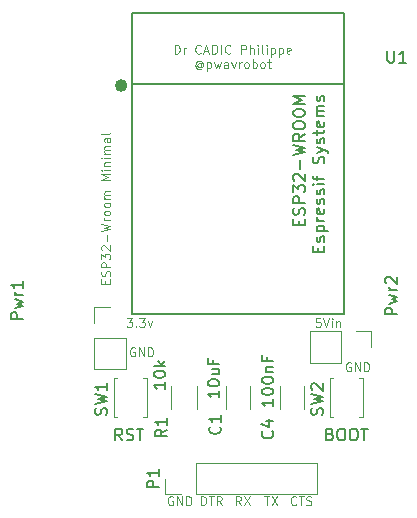
<source format=gbr>
G04 #@! TF.FileFunction,Legend,Top*
%FSLAX46Y46*%
G04 Gerber Fmt 4.6, Leading zero omitted, Abs format (unit mm)*
G04 Created by KiCad (PCBNEW 4.0.4-stable) date 04/21/19 10:39:14*
%MOMM*%
%LPD*%
G01*
G04 APERTURE LIST*
%ADD10C,0.100000*%
%ADD11C,0.120000*%
%ADD12C,0.500000*%
%ADD13C,0.150000*%
G04 APERTURE END LIST*
D10*
X107413243Y-63087086D02*
X107413243Y-62337086D01*
X107591815Y-62337086D01*
X107698958Y-62372800D01*
X107770386Y-62444229D01*
X107806101Y-62515657D01*
X107841815Y-62658514D01*
X107841815Y-62765657D01*
X107806101Y-62908514D01*
X107770386Y-62979943D01*
X107698958Y-63051371D01*
X107591815Y-63087086D01*
X107413243Y-63087086D01*
X108163243Y-63087086D02*
X108163243Y-62587086D01*
X108163243Y-62729943D02*
X108198958Y-62658514D01*
X108234672Y-62622800D01*
X108306101Y-62587086D01*
X108377529Y-62587086D01*
X109627530Y-63015657D02*
X109591816Y-63051371D01*
X109484673Y-63087086D01*
X109413244Y-63087086D01*
X109306101Y-63051371D01*
X109234673Y-62979943D01*
X109198958Y-62908514D01*
X109163244Y-62765657D01*
X109163244Y-62658514D01*
X109198958Y-62515657D01*
X109234673Y-62444229D01*
X109306101Y-62372800D01*
X109413244Y-62337086D01*
X109484673Y-62337086D01*
X109591816Y-62372800D01*
X109627530Y-62408514D01*
X109913244Y-62872800D02*
X110270387Y-62872800D01*
X109841816Y-63087086D02*
X110091816Y-62337086D01*
X110341816Y-63087086D01*
X110591815Y-63087086D02*
X110591815Y-62337086D01*
X110770387Y-62337086D01*
X110877530Y-62372800D01*
X110948958Y-62444229D01*
X110984673Y-62515657D01*
X111020387Y-62658514D01*
X111020387Y-62765657D01*
X110984673Y-62908514D01*
X110948958Y-62979943D01*
X110877530Y-63051371D01*
X110770387Y-63087086D01*
X110591815Y-63087086D01*
X111341815Y-63087086D02*
X111341815Y-62337086D01*
X112127530Y-63015657D02*
X112091816Y-63051371D01*
X111984673Y-63087086D01*
X111913244Y-63087086D01*
X111806101Y-63051371D01*
X111734673Y-62979943D01*
X111698958Y-62908514D01*
X111663244Y-62765657D01*
X111663244Y-62658514D01*
X111698958Y-62515657D01*
X111734673Y-62444229D01*
X111806101Y-62372800D01*
X111913244Y-62337086D01*
X111984673Y-62337086D01*
X112091816Y-62372800D01*
X112127530Y-62408514D01*
X113020387Y-63087086D02*
X113020387Y-62337086D01*
X113306102Y-62337086D01*
X113377530Y-62372800D01*
X113413245Y-62408514D01*
X113448959Y-62479943D01*
X113448959Y-62587086D01*
X113413245Y-62658514D01*
X113377530Y-62694229D01*
X113306102Y-62729943D01*
X113020387Y-62729943D01*
X113770387Y-63087086D02*
X113770387Y-62337086D01*
X114091816Y-63087086D02*
X114091816Y-62694229D01*
X114056102Y-62622800D01*
X113984673Y-62587086D01*
X113877530Y-62587086D01*
X113806102Y-62622800D01*
X113770387Y-62658514D01*
X114448958Y-63087086D02*
X114448958Y-62587086D01*
X114448958Y-62337086D02*
X114413244Y-62372800D01*
X114448958Y-62408514D01*
X114484673Y-62372800D01*
X114448958Y-62337086D01*
X114448958Y-62408514D01*
X114913244Y-63087086D02*
X114841816Y-63051371D01*
X114806101Y-62979943D01*
X114806101Y-62337086D01*
X115198958Y-63087086D02*
X115198958Y-62587086D01*
X115198958Y-62337086D02*
X115163244Y-62372800D01*
X115198958Y-62408514D01*
X115234673Y-62372800D01*
X115198958Y-62337086D01*
X115198958Y-62408514D01*
X115556101Y-62587086D02*
X115556101Y-63337086D01*
X115556101Y-62622800D02*
X115627530Y-62587086D01*
X115770387Y-62587086D01*
X115841816Y-62622800D01*
X115877530Y-62658514D01*
X115913244Y-62729943D01*
X115913244Y-62944229D01*
X115877530Y-63015657D01*
X115841816Y-63051371D01*
X115770387Y-63087086D01*
X115627530Y-63087086D01*
X115556101Y-63051371D01*
X116234672Y-62587086D02*
X116234672Y-63337086D01*
X116234672Y-62622800D02*
X116306101Y-62587086D01*
X116448958Y-62587086D01*
X116520387Y-62622800D01*
X116556101Y-62658514D01*
X116591815Y-62729943D01*
X116591815Y-62944229D01*
X116556101Y-63015657D01*
X116520387Y-63051371D01*
X116448958Y-63087086D01*
X116306101Y-63087086D01*
X116234672Y-63051371D01*
X117198958Y-63051371D02*
X117127529Y-63087086D01*
X116984672Y-63087086D01*
X116913243Y-63051371D01*
X116877529Y-62979943D01*
X116877529Y-62694229D01*
X116913243Y-62622800D01*
X116984672Y-62587086D01*
X117127529Y-62587086D01*
X117198958Y-62622800D01*
X117234672Y-62694229D01*
X117234672Y-62765657D01*
X116877529Y-62837086D01*
X109645387Y-63954943D02*
X109609673Y-63919229D01*
X109538244Y-63883514D01*
X109466816Y-63883514D01*
X109395387Y-63919229D01*
X109359673Y-63954943D01*
X109323959Y-64026371D01*
X109323959Y-64097800D01*
X109359673Y-64169229D01*
X109395387Y-64204943D01*
X109466816Y-64240657D01*
X109538244Y-64240657D01*
X109609673Y-64204943D01*
X109645387Y-64169229D01*
X109645387Y-63883514D02*
X109645387Y-64169229D01*
X109681101Y-64204943D01*
X109716816Y-64204943D01*
X109788244Y-64169229D01*
X109823959Y-64097800D01*
X109823959Y-63919229D01*
X109752530Y-63812086D01*
X109645387Y-63740657D01*
X109502530Y-63704943D01*
X109359673Y-63740657D01*
X109252530Y-63812086D01*
X109181101Y-63919229D01*
X109145387Y-64062086D01*
X109181101Y-64204943D01*
X109252530Y-64312086D01*
X109359673Y-64383514D01*
X109502530Y-64419229D01*
X109645387Y-64383514D01*
X109752530Y-64312086D01*
X110145387Y-63812086D02*
X110145387Y-64562086D01*
X110145387Y-63847800D02*
X110216816Y-63812086D01*
X110359673Y-63812086D01*
X110431102Y-63847800D01*
X110466816Y-63883514D01*
X110502530Y-63954943D01*
X110502530Y-64169229D01*
X110466816Y-64240657D01*
X110431102Y-64276371D01*
X110359673Y-64312086D01*
X110216816Y-64312086D01*
X110145387Y-64276371D01*
X110752530Y-63812086D02*
X110895387Y-64312086D01*
X111038244Y-63954943D01*
X111181101Y-64312086D01*
X111323958Y-63812086D01*
X111931101Y-64312086D02*
X111931101Y-63919229D01*
X111895387Y-63847800D01*
X111823958Y-63812086D01*
X111681101Y-63812086D01*
X111609672Y-63847800D01*
X111931101Y-64276371D02*
X111859672Y-64312086D01*
X111681101Y-64312086D01*
X111609672Y-64276371D01*
X111573958Y-64204943D01*
X111573958Y-64133514D01*
X111609672Y-64062086D01*
X111681101Y-64026371D01*
X111859672Y-64026371D01*
X111931101Y-63990657D01*
X112216815Y-63812086D02*
X112395386Y-64312086D01*
X112573958Y-63812086D01*
X112859672Y-64312086D02*
X112859672Y-63812086D01*
X112859672Y-63954943D02*
X112895387Y-63883514D01*
X112931101Y-63847800D01*
X113002530Y-63812086D01*
X113073958Y-63812086D01*
X113431101Y-64312086D02*
X113359673Y-64276371D01*
X113323958Y-64240657D01*
X113288244Y-64169229D01*
X113288244Y-63954943D01*
X113323958Y-63883514D01*
X113359673Y-63847800D01*
X113431101Y-63812086D01*
X113538244Y-63812086D01*
X113609673Y-63847800D01*
X113645387Y-63883514D01*
X113681101Y-63954943D01*
X113681101Y-64169229D01*
X113645387Y-64240657D01*
X113609673Y-64276371D01*
X113538244Y-64312086D01*
X113431101Y-64312086D01*
X114002529Y-64312086D02*
X114002529Y-63562086D01*
X114002529Y-63847800D02*
X114073958Y-63812086D01*
X114216815Y-63812086D01*
X114288244Y-63847800D01*
X114323958Y-63883514D01*
X114359672Y-63954943D01*
X114359672Y-64169229D01*
X114323958Y-64240657D01*
X114288244Y-64276371D01*
X114216815Y-64312086D01*
X114073958Y-64312086D01*
X114002529Y-64276371D01*
X114788243Y-64312086D02*
X114716815Y-64276371D01*
X114681100Y-64240657D01*
X114645386Y-64169229D01*
X114645386Y-63954943D01*
X114681100Y-63883514D01*
X114716815Y-63847800D01*
X114788243Y-63812086D01*
X114895386Y-63812086D01*
X114966815Y-63847800D01*
X115002529Y-63883514D01*
X115038243Y-63954943D01*
X115038243Y-64169229D01*
X115002529Y-64240657D01*
X114966815Y-64276371D01*
X114895386Y-64312086D01*
X114788243Y-64312086D01*
X115252529Y-63812086D02*
X115538243Y-63812086D01*
X115359671Y-63562086D02*
X115359671Y-64204943D01*
X115395386Y-64276371D01*
X115466814Y-64312086D01*
X115538243Y-64312086D01*
X122313772Y-89248900D02*
X122242343Y-89213186D01*
X122135200Y-89213186D01*
X122028057Y-89248900D01*
X121956629Y-89320329D01*
X121920914Y-89391757D01*
X121885200Y-89534614D01*
X121885200Y-89641757D01*
X121920914Y-89784614D01*
X121956629Y-89856043D01*
X122028057Y-89927471D01*
X122135200Y-89963186D01*
X122206629Y-89963186D01*
X122313772Y-89927471D01*
X122349486Y-89891757D01*
X122349486Y-89641757D01*
X122206629Y-89641757D01*
X122670914Y-89963186D02*
X122670914Y-89213186D01*
X123099486Y-89963186D01*
X123099486Y-89213186D01*
X123456628Y-89963186D02*
X123456628Y-89213186D01*
X123635200Y-89213186D01*
X123742343Y-89248900D01*
X123813771Y-89320329D01*
X123849486Y-89391757D01*
X123885200Y-89534614D01*
X123885200Y-89641757D01*
X123849486Y-89784614D01*
X123813771Y-89856043D01*
X123742343Y-89927471D01*
X123635200Y-89963186D01*
X123456628Y-89963186D01*
X119735286Y-85479386D02*
X119378143Y-85479386D01*
X119342429Y-85836529D01*
X119378143Y-85800814D01*
X119449572Y-85765100D01*
X119628143Y-85765100D01*
X119699572Y-85800814D01*
X119735286Y-85836529D01*
X119771001Y-85907957D01*
X119771001Y-86086529D01*
X119735286Y-86157957D01*
X119699572Y-86193671D01*
X119628143Y-86229386D01*
X119449572Y-86229386D01*
X119378143Y-86193671D01*
X119342429Y-86157957D01*
X119985287Y-85479386D02*
X120235287Y-86229386D01*
X120485287Y-85479386D01*
X120735286Y-86229386D02*
X120735286Y-85729386D01*
X120735286Y-85479386D02*
X120699572Y-85515100D01*
X120735286Y-85550814D01*
X120771001Y-85515100D01*
X120735286Y-85479386D01*
X120735286Y-85550814D01*
X121092429Y-85729386D02*
X121092429Y-86229386D01*
X121092429Y-85800814D02*
X121128144Y-85765100D01*
X121199572Y-85729386D01*
X121306715Y-85729386D01*
X121378144Y-85765100D01*
X121413858Y-85836529D01*
X121413858Y-86229386D01*
X103347971Y-85479386D02*
X103812257Y-85479386D01*
X103562257Y-85765100D01*
X103669399Y-85765100D01*
X103740828Y-85800814D01*
X103776542Y-85836529D01*
X103812257Y-85907957D01*
X103812257Y-86086529D01*
X103776542Y-86157957D01*
X103740828Y-86193671D01*
X103669399Y-86229386D01*
X103455114Y-86229386D01*
X103383685Y-86193671D01*
X103347971Y-86157957D01*
X104133685Y-86157957D02*
X104169400Y-86193671D01*
X104133685Y-86229386D01*
X104097971Y-86193671D01*
X104133685Y-86157957D01*
X104133685Y-86229386D01*
X104419400Y-85479386D02*
X104883686Y-85479386D01*
X104633686Y-85765100D01*
X104740828Y-85765100D01*
X104812257Y-85800814D01*
X104847971Y-85836529D01*
X104883686Y-85907957D01*
X104883686Y-86086529D01*
X104847971Y-86157957D01*
X104812257Y-86193671D01*
X104740828Y-86229386D01*
X104526543Y-86229386D01*
X104455114Y-86193671D01*
X104419400Y-86157957D01*
X105133686Y-85729386D02*
X105312257Y-86229386D01*
X105490829Y-85729386D01*
X104025772Y-87991600D02*
X103954343Y-87955886D01*
X103847200Y-87955886D01*
X103740057Y-87991600D01*
X103668629Y-88063029D01*
X103632914Y-88134457D01*
X103597200Y-88277314D01*
X103597200Y-88384457D01*
X103632914Y-88527314D01*
X103668629Y-88598743D01*
X103740057Y-88670171D01*
X103847200Y-88705886D01*
X103918629Y-88705886D01*
X104025772Y-88670171D01*
X104061486Y-88634457D01*
X104061486Y-88384457D01*
X103918629Y-88384457D01*
X104382914Y-88705886D02*
X104382914Y-87955886D01*
X104811486Y-88705886D01*
X104811486Y-87955886D01*
X105168628Y-88705886D02*
X105168628Y-87955886D01*
X105347200Y-87955886D01*
X105454343Y-87991600D01*
X105525771Y-88063029D01*
X105561486Y-88134457D01*
X105597200Y-88277314D01*
X105597200Y-88384457D01*
X105561486Y-88527314D01*
X105525771Y-88598743D01*
X105454343Y-88670171D01*
X105347200Y-88705886D01*
X105168628Y-88705886D01*
X101546429Y-82557143D02*
X101546429Y-82307143D01*
X101939286Y-82200000D02*
X101939286Y-82557143D01*
X101189286Y-82557143D01*
X101189286Y-82200000D01*
X101903571Y-81914286D02*
X101939286Y-81807143D01*
X101939286Y-81628572D01*
X101903571Y-81557143D01*
X101867857Y-81521429D01*
X101796429Y-81485714D01*
X101725000Y-81485714D01*
X101653571Y-81521429D01*
X101617857Y-81557143D01*
X101582143Y-81628572D01*
X101546429Y-81771429D01*
X101510714Y-81842857D01*
X101475000Y-81878572D01*
X101403571Y-81914286D01*
X101332143Y-81914286D01*
X101260714Y-81878572D01*
X101225000Y-81842857D01*
X101189286Y-81771429D01*
X101189286Y-81592857D01*
X101225000Y-81485714D01*
X101939286Y-81164286D02*
X101189286Y-81164286D01*
X101189286Y-80878571D01*
X101225000Y-80807143D01*
X101260714Y-80771428D01*
X101332143Y-80735714D01*
X101439286Y-80735714D01*
X101510714Y-80771428D01*
X101546429Y-80807143D01*
X101582143Y-80878571D01*
X101582143Y-81164286D01*
X101189286Y-80485714D02*
X101189286Y-80021428D01*
X101475000Y-80271428D01*
X101475000Y-80164286D01*
X101510714Y-80092857D01*
X101546429Y-80057143D01*
X101617857Y-80021428D01*
X101796429Y-80021428D01*
X101867857Y-80057143D01*
X101903571Y-80092857D01*
X101939286Y-80164286D01*
X101939286Y-80378571D01*
X101903571Y-80450000D01*
X101867857Y-80485714D01*
X101260714Y-79735714D02*
X101225000Y-79700000D01*
X101189286Y-79628571D01*
X101189286Y-79450000D01*
X101225000Y-79378571D01*
X101260714Y-79342857D01*
X101332143Y-79307142D01*
X101403571Y-79307142D01*
X101510714Y-79342857D01*
X101939286Y-79771428D01*
X101939286Y-79307142D01*
X101653571Y-78985714D02*
X101653571Y-78414285D01*
X101189286Y-78128571D02*
X101939286Y-77950000D01*
X101403571Y-77807143D01*
X101939286Y-77664285D01*
X101189286Y-77485714D01*
X101939286Y-77200000D02*
X101439286Y-77200000D01*
X101582143Y-77200000D02*
X101510714Y-77164285D01*
X101475000Y-77128571D01*
X101439286Y-77057142D01*
X101439286Y-76985714D01*
X101939286Y-76628571D02*
X101903571Y-76699999D01*
X101867857Y-76735714D01*
X101796429Y-76771428D01*
X101582143Y-76771428D01*
X101510714Y-76735714D01*
X101475000Y-76699999D01*
X101439286Y-76628571D01*
X101439286Y-76521428D01*
X101475000Y-76449999D01*
X101510714Y-76414285D01*
X101582143Y-76378571D01*
X101796429Y-76378571D01*
X101867857Y-76414285D01*
X101903571Y-76449999D01*
X101939286Y-76521428D01*
X101939286Y-76628571D01*
X101939286Y-75950000D02*
X101903571Y-76021428D01*
X101867857Y-76057143D01*
X101796429Y-76092857D01*
X101582143Y-76092857D01*
X101510714Y-76057143D01*
X101475000Y-76021428D01*
X101439286Y-75950000D01*
X101439286Y-75842857D01*
X101475000Y-75771428D01*
X101510714Y-75735714D01*
X101582143Y-75700000D01*
X101796429Y-75700000D01*
X101867857Y-75735714D01*
X101903571Y-75771428D01*
X101939286Y-75842857D01*
X101939286Y-75950000D01*
X101939286Y-75378572D02*
X101439286Y-75378572D01*
X101510714Y-75378572D02*
X101475000Y-75342857D01*
X101439286Y-75271429D01*
X101439286Y-75164286D01*
X101475000Y-75092857D01*
X101546429Y-75057143D01*
X101939286Y-75057143D01*
X101546429Y-75057143D02*
X101475000Y-75021429D01*
X101439286Y-74950000D01*
X101439286Y-74842857D01*
X101475000Y-74771429D01*
X101546429Y-74735714D01*
X101939286Y-74735714D01*
X101939286Y-73807143D02*
X101189286Y-73807143D01*
X101725000Y-73557143D01*
X101189286Y-73307143D01*
X101939286Y-73307143D01*
X101939286Y-72950000D02*
X101439286Y-72950000D01*
X101189286Y-72950000D02*
X101225000Y-72985714D01*
X101260714Y-72950000D01*
X101225000Y-72914285D01*
X101189286Y-72950000D01*
X101260714Y-72950000D01*
X101439286Y-72592857D02*
X101939286Y-72592857D01*
X101510714Y-72592857D02*
X101475000Y-72557142D01*
X101439286Y-72485714D01*
X101439286Y-72378571D01*
X101475000Y-72307142D01*
X101546429Y-72271428D01*
X101939286Y-72271428D01*
X101939286Y-71914286D02*
X101439286Y-71914286D01*
X101189286Y-71914286D02*
X101225000Y-71950000D01*
X101260714Y-71914286D01*
X101225000Y-71878571D01*
X101189286Y-71914286D01*
X101260714Y-71914286D01*
X101939286Y-71557143D02*
X101439286Y-71557143D01*
X101510714Y-71557143D02*
X101475000Y-71521428D01*
X101439286Y-71450000D01*
X101439286Y-71342857D01*
X101475000Y-71271428D01*
X101546429Y-71235714D01*
X101939286Y-71235714D01*
X101546429Y-71235714D02*
X101475000Y-71200000D01*
X101439286Y-71128571D01*
X101439286Y-71021428D01*
X101475000Y-70950000D01*
X101546429Y-70914285D01*
X101939286Y-70914285D01*
X101939286Y-70235714D02*
X101546429Y-70235714D01*
X101475000Y-70271428D01*
X101439286Y-70342857D01*
X101439286Y-70485714D01*
X101475000Y-70557143D01*
X101903571Y-70235714D02*
X101939286Y-70307143D01*
X101939286Y-70485714D01*
X101903571Y-70557143D01*
X101832143Y-70592857D01*
X101760714Y-70592857D01*
X101689286Y-70557143D01*
X101653571Y-70485714D01*
X101653571Y-70307143D01*
X101617857Y-70235714D01*
X101939286Y-69771429D02*
X101903571Y-69842857D01*
X101832143Y-69878572D01*
X101189286Y-69878572D01*
X117699286Y-101232857D02*
X117663572Y-101268571D01*
X117556429Y-101304286D01*
X117485000Y-101304286D01*
X117377857Y-101268571D01*
X117306429Y-101197143D01*
X117270714Y-101125714D01*
X117235000Y-100982857D01*
X117235000Y-100875714D01*
X117270714Y-100732857D01*
X117306429Y-100661429D01*
X117377857Y-100590000D01*
X117485000Y-100554286D01*
X117556429Y-100554286D01*
X117663572Y-100590000D01*
X117699286Y-100625714D01*
X117913572Y-100554286D02*
X118342143Y-100554286D01*
X118127857Y-101304286D02*
X118127857Y-100554286D01*
X118556429Y-101268571D02*
X118663572Y-101304286D01*
X118842143Y-101304286D01*
X118913572Y-101268571D01*
X118949286Y-101232857D01*
X118985001Y-101161429D01*
X118985001Y-101090000D01*
X118949286Y-101018571D01*
X118913572Y-100982857D01*
X118842143Y-100947143D01*
X118699286Y-100911429D01*
X118627858Y-100875714D01*
X118592143Y-100840000D01*
X118556429Y-100768571D01*
X118556429Y-100697143D01*
X118592143Y-100625714D01*
X118627858Y-100590000D01*
X118699286Y-100554286D01*
X118877858Y-100554286D01*
X118985001Y-100590000D01*
X114998572Y-100554286D02*
X115427143Y-100554286D01*
X115212857Y-101304286D02*
X115212857Y-100554286D01*
X115605715Y-100554286D02*
X116105715Y-101304286D01*
X116105715Y-100554286D02*
X115605715Y-101304286D01*
X113032000Y-101304286D02*
X112782000Y-100947143D01*
X112603428Y-101304286D02*
X112603428Y-100554286D01*
X112889143Y-100554286D01*
X112960571Y-100590000D01*
X112996286Y-100625714D01*
X113032000Y-100697143D01*
X113032000Y-100804286D01*
X112996286Y-100875714D01*
X112960571Y-100911429D01*
X112889143Y-100947143D01*
X112603428Y-100947143D01*
X113282000Y-100554286D02*
X113782000Y-101304286D01*
X113782000Y-100554286D02*
X113282000Y-101304286D01*
X109632857Y-101304286D02*
X109632857Y-100554286D01*
X109811429Y-100554286D01*
X109918572Y-100590000D01*
X109990000Y-100661429D01*
X110025715Y-100732857D01*
X110061429Y-100875714D01*
X110061429Y-100982857D01*
X110025715Y-101125714D01*
X109990000Y-101197143D01*
X109918572Y-101268571D01*
X109811429Y-101304286D01*
X109632857Y-101304286D01*
X110275715Y-100554286D02*
X110704286Y-100554286D01*
X110490000Y-101304286D02*
X110490000Y-100554286D01*
X111382858Y-101304286D02*
X111132858Y-100947143D01*
X110954286Y-101304286D02*
X110954286Y-100554286D01*
X111240001Y-100554286D01*
X111311429Y-100590000D01*
X111347144Y-100625714D01*
X111382858Y-100697143D01*
X111382858Y-100804286D01*
X111347144Y-100875714D01*
X111311429Y-100911429D01*
X111240001Y-100947143D01*
X110954286Y-100947143D01*
X107251572Y-100590000D02*
X107180143Y-100554286D01*
X107073000Y-100554286D01*
X106965857Y-100590000D01*
X106894429Y-100661429D01*
X106858714Y-100732857D01*
X106823000Y-100875714D01*
X106823000Y-100982857D01*
X106858714Y-101125714D01*
X106894429Y-101197143D01*
X106965857Y-101268571D01*
X107073000Y-101304286D01*
X107144429Y-101304286D01*
X107251572Y-101268571D01*
X107287286Y-101232857D01*
X107287286Y-100982857D01*
X107144429Y-100982857D01*
X107608714Y-101304286D02*
X107608714Y-100554286D01*
X108037286Y-101304286D01*
X108037286Y-100554286D01*
X108394428Y-101304286D02*
X108394428Y-100554286D01*
X108573000Y-100554286D01*
X108680143Y-100590000D01*
X108751571Y-100661429D01*
X108787286Y-100732857D01*
X108823000Y-100875714D01*
X108823000Y-100982857D01*
X108787286Y-101125714D01*
X108751571Y-101197143D01*
X108680143Y-101268571D01*
X108573000Y-101304286D01*
X108394428Y-101304286D01*
D11*
X111756000Y-91202000D02*
X111756000Y-93202000D01*
X113796000Y-93202000D02*
X113796000Y-91202000D01*
X118368000Y-93202000D02*
X118368000Y-91202000D01*
X116328000Y-91202000D02*
X116328000Y-93202000D01*
X109220000Y-100390000D02*
X119440000Y-100390000D01*
X119440000Y-100390000D02*
X119440000Y-97730000D01*
X119440000Y-97730000D02*
X109220000Y-97730000D01*
X109220000Y-97730000D02*
X109220000Y-100390000D01*
X107950000Y-100390000D02*
X106620000Y-100390000D01*
X106620000Y-100390000D02*
X106620000Y-99060000D01*
X107134000Y-93202000D02*
X107134000Y-91202000D01*
X109274000Y-91202000D02*
X109274000Y-93202000D01*
X104732000Y-93852000D02*
X105032000Y-93852000D01*
X105032000Y-93852000D02*
X105032000Y-90552000D01*
X105032000Y-90552000D02*
X104732000Y-90552000D01*
X102532000Y-93852000D02*
X102232000Y-93852000D01*
X102232000Y-93852000D02*
X102232000Y-90552000D01*
X102232000Y-90552000D02*
X102532000Y-90552000D01*
X123020000Y-93852000D02*
X123320000Y-93852000D01*
X123320000Y-93852000D02*
X123320000Y-90552000D01*
X123320000Y-90552000D02*
X123020000Y-90552000D01*
X120820000Y-93852000D02*
X120520000Y-93852000D01*
X120520000Y-93852000D02*
X120520000Y-90552000D01*
X120520000Y-90552000D02*
X120820000Y-90552000D01*
D12*
X103153981Y-65786000D02*
G75*
G03X103153981Y-65786000I-283981J0D01*
G01*
D13*
X121776000Y-65640000D02*
X103776000Y-65640000D01*
X103776000Y-59640000D02*
X103776000Y-85140000D01*
X121776000Y-59640000D02*
X121776000Y-85140000D01*
X121776000Y-85140000D02*
X103776000Y-85140000D01*
X121776000Y-59640000D02*
X103776000Y-59640000D01*
D11*
X100600200Y-87160100D02*
X100600200Y-89760100D01*
X100600200Y-89760100D02*
X103260200Y-89760100D01*
X103260200Y-89760100D02*
X103260200Y-87160100D01*
X103260200Y-87160100D02*
X100600200Y-87160100D01*
X100600200Y-85890100D02*
X100600200Y-84560100D01*
X100600200Y-84560100D02*
X101930200Y-84560100D01*
X121450100Y-86604800D02*
X118850100Y-86604800D01*
X118850100Y-86604800D02*
X118850100Y-89264800D01*
X118850100Y-89264800D02*
X121450100Y-89264800D01*
X121450100Y-89264800D02*
X121450100Y-86604800D01*
X122720100Y-86604800D02*
X124050100Y-86604800D01*
X124050100Y-86604800D02*
X124050100Y-87934800D01*
D13*
X111228143Y-94654666D02*
X111275762Y-94702285D01*
X111323381Y-94845142D01*
X111323381Y-94940380D01*
X111275762Y-95083238D01*
X111180524Y-95178476D01*
X111085286Y-95226095D01*
X110894810Y-95273714D01*
X110751952Y-95273714D01*
X110561476Y-95226095D01*
X110466238Y-95178476D01*
X110371000Y-95083238D01*
X110323381Y-94940380D01*
X110323381Y-94845142D01*
X110371000Y-94702285D01*
X110418619Y-94654666D01*
X111323381Y-93702285D02*
X111323381Y-94273714D01*
X111323381Y-93988000D02*
X110323381Y-93988000D01*
X110466238Y-94083238D01*
X110561476Y-94178476D01*
X110609095Y-94273714D01*
X111196381Y-91622428D02*
X111196381Y-92193857D01*
X111196381Y-91908143D02*
X110196381Y-91908143D01*
X110339238Y-92003381D01*
X110434476Y-92098619D01*
X110482095Y-92193857D01*
X110196381Y-91003381D02*
X110196381Y-90908142D01*
X110244000Y-90812904D01*
X110291619Y-90765285D01*
X110386857Y-90717666D01*
X110577333Y-90670047D01*
X110815429Y-90670047D01*
X111005905Y-90717666D01*
X111101143Y-90765285D01*
X111148762Y-90812904D01*
X111196381Y-90908142D01*
X111196381Y-91003381D01*
X111148762Y-91098619D01*
X111101143Y-91146238D01*
X111005905Y-91193857D01*
X110815429Y-91241476D01*
X110577333Y-91241476D01*
X110386857Y-91193857D01*
X110291619Y-91146238D01*
X110244000Y-91098619D01*
X110196381Y-91003381D01*
X110529714Y-89812904D02*
X111196381Y-89812904D01*
X110529714Y-90241476D02*
X111053524Y-90241476D01*
X111148762Y-90193857D01*
X111196381Y-90098619D01*
X111196381Y-89955761D01*
X111148762Y-89860523D01*
X111101143Y-89812904D01*
X110672571Y-89003380D02*
X110672571Y-89336714D01*
X111196381Y-89336714D02*
X110196381Y-89336714D01*
X110196381Y-88860523D01*
X115673143Y-95035666D02*
X115720762Y-95083285D01*
X115768381Y-95226142D01*
X115768381Y-95321380D01*
X115720762Y-95464238D01*
X115625524Y-95559476D01*
X115530286Y-95607095D01*
X115339810Y-95654714D01*
X115196952Y-95654714D01*
X115006476Y-95607095D01*
X114911238Y-95559476D01*
X114816000Y-95464238D01*
X114768381Y-95321380D01*
X114768381Y-95226142D01*
X114816000Y-95083285D01*
X114863619Y-95035666D01*
X115101714Y-94178523D02*
X115768381Y-94178523D01*
X114720762Y-94416619D02*
X115435048Y-94654714D01*
X115435048Y-94035666D01*
X115768381Y-92352619D02*
X115768381Y-92924048D01*
X115768381Y-92638334D02*
X114768381Y-92638334D01*
X114911238Y-92733572D01*
X115006476Y-92828810D01*
X115054095Y-92924048D01*
X114768381Y-91733572D02*
X114768381Y-91638333D01*
X114816000Y-91543095D01*
X114863619Y-91495476D01*
X114958857Y-91447857D01*
X115149333Y-91400238D01*
X115387429Y-91400238D01*
X115577905Y-91447857D01*
X115673143Y-91495476D01*
X115720762Y-91543095D01*
X115768381Y-91638333D01*
X115768381Y-91733572D01*
X115720762Y-91828810D01*
X115673143Y-91876429D01*
X115577905Y-91924048D01*
X115387429Y-91971667D01*
X115149333Y-91971667D01*
X114958857Y-91924048D01*
X114863619Y-91876429D01*
X114816000Y-91828810D01*
X114768381Y-91733572D01*
X114768381Y-90781191D02*
X114768381Y-90685952D01*
X114816000Y-90590714D01*
X114863619Y-90543095D01*
X114958857Y-90495476D01*
X115149333Y-90447857D01*
X115387429Y-90447857D01*
X115577905Y-90495476D01*
X115673143Y-90543095D01*
X115720762Y-90590714D01*
X115768381Y-90685952D01*
X115768381Y-90781191D01*
X115720762Y-90876429D01*
X115673143Y-90924048D01*
X115577905Y-90971667D01*
X115387429Y-91019286D01*
X115149333Y-91019286D01*
X114958857Y-90971667D01*
X114863619Y-90924048D01*
X114816000Y-90876429D01*
X114768381Y-90781191D01*
X115101714Y-90019286D02*
X115768381Y-90019286D01*
X115196952Y-90019286D02*
X115149333Y-89971667D01*
X115101714Y-89876429D01*
X115101714Y-89733571D01*
X115149333Y-89638333D01*
X115244571Y-89590714D01*
X115768381Y-89590714D01*
X115244571Y-88781190D02*
X115244571Y-89114524D01*
X115768381Y-89114524D02*
X114768381Y-89114524D01*
X114768381Y-88638333D01*
X106072381Y-99798095D02*
X105072381Y-99798095D01*
X105072381Y-99417142D01*
X105120000Y-99321904D01*
X105167619Y-99274285D01*
X105262857Y-99226666D01*
X105405714Y-99226666D01*
X105500952Y-99274285D01*
X105548571Y-99321904D01*
X105596190Y-99417142D01*
X105596190Y-99798095D01*
X106072381Y-98274285D02*
X106072381Y-98845714D01*
X106072381Y-98560000D02*
X105072381Y-98560000D01*
X105215238Y-98655238D01*
X105310476Y-98750476D01*
X105358095Y-98845714D01*
X106751381Y-94908666D02*
X106275190Y-95242000D01*
X106751381Y-95480095D02*
X105751381Y-95480095D01*
X105751381Y-95099142D01*
X105799000Y-95003904D01*
X105846619Y-94956285D01*
X105941857Y-94908666D01*
X106084714Y-94908666D01*
X106179952Y-94956285D01*
X106227571Y-95003904D01*
X106275190Y-95099142D01*
X106275190Y-95480095D01*
X106751381Y-93956285D02*
X106751381Y-94527714D01*
X106751381Y-94242000D02*
X105751381Y-94242000D01*
X105894238Y-94337238D01*
X105989476Y-94432476D01*
X106037095Y-94527714D01*
X106624381Y-90892238D02*
X106624381Y-91463667D01*
X106624381Y-91177953D02*
X105624381Y-91177953D01*
X105767238Y-91273191D01*
X105862476Y-91368429D01*
X105910095Y-91463667D01*
X105624381Y-90273191D02*
X105624381Y-90177952D01*
X105672000Y-90082714D01*
X105719619Y-90035095D01*
X105814857Y-89987476D01*
X106005333Y-89939857D01*
X106243429Y-89939857D01*
X106433905Y-89987476D01*
X106529143Y-90035095D01*
X106576762Y-90082714D01*
X106624381Y-90177952D01*
X106624381Y-90273191D01*
X106576762Y-90368429D01*
X106529143Y-90416048D01*
X106433905Y-90463667D01*
X106243429Y-90511286D01*
X106005333Y-90511286D01*
X105814857Y-90463667D01*
X105719619Y-90416048D01*
X105672000Y-90368429D01*
X105624381Y-90273191D01*
X106624381Y-89511286D02*
X105624381Y-89511286D01*
X106243429Y-89416048D02*
X106624381Y-89130333D01*
X105957714Y-89130333D02*
X106338667Y-89511286D01*
X101623762Y-93662333D02*
X101671381Y-93519476D01*
X101671381Y-93281380D01*
X101623762Y-93186142D01*
X101576143Y-93138523D01*
X101480905Y-93090904D01*
X101385667Y-93090904D01*
X101290429Y-93138523D01*
X101242810Y-93186142D01*
X101195190Y-93281380D01*
X101147571Y-93471857D01*
X101099952Y-93567095D01*
X101052333Y-93614714D01*
X100957095Y-93662333D01*
X100861857Y-93662333D01*
X100766619Y-93614714D01*
X100719000Y-93567095D01*
X100671381Y-93471857D01*
X100671381Y-93233761D01*
X100719000Y-93090904D01*
X100671381Y-92757571D02*
X101671381Y-92519476D01*
X100957095Y-92328999D01*
X101671381Y-92138523D01*
X100671381Y-91900428D01*
X101671381Y-90995666D02*
X101671381Y-91567095D01*
X101671381Y-91281381D02*
X100671381Y-91281381D01*
X100814238Y-91376619D01*
X100909476Y-91471857D01*
X100957095Y-91567095D01*
X102957381Y-95829381D02*
X102624047Y-95353190D01*
X102385952Y-95829381D02*
X102385952Y-94829381D01*
X102766905Y-94829381D01*
X102862143Y-94877000D01*
X102909762Y-94924619D01*
X102957381Y-95019857D01*
X102957381Y-95162714D01*
X102909762Y-95257952D01*
X102862143Y-95305571D01*
X102766905Y-95353190D01*
X102385952Y-95353190D01*
X103338333Y-95781762D02*
X103481190Y-95829381D01*
X103719286Y-95829381D01*
X103814524Y-95781762D01*
X103862143Y-95734143D01*
X103909762Y-95638905D01*
X103909762Y-95543667D01*
X103862143Y-95448429D01*
X103814524Y-95400810D01*
X103719286Y-95353190D01*
X103528809Y-95305571D01*
X103433571Y-95257952D01*
X103385952Y-95210333D01*
X103338333Y-95115095D01*
X103338333Y-95019857D01*
X103385952Y-94924619D01*
X103433571Y-94877000D01*
X103528809Y-94829381D01*
X103766905Y-94829381D01*
X103909762Y-94877000D01*
X104195476Y-94829381D02*
X104766905Y-94829381D01*
X104481190Y-95829381D02*
X104481190Y-94829381D01*
X119911762Y-93662333D02*
X119959381Y-93519476D01*
X119959381Y-93281380D01*
X119911762Y-93186142D01*
X119864143Y-93138523D01*
X119768905Y-93090904D01*
X119673667Y-93090904D01*
X119578429Y-93138523D01*
X119530810Y-93186142D01*
X119483190Y-93281380D01*
X119435571Y-93471857D01*
X119387952Y-93567095D01*
X119340333Y-93614714D01*
X119245095Y-93662333D01*
X119149857Y-93662333D01*
X119054619Y-93614714D01*
X119007000Y-93567095D01*
X118959381Y-93471857D01*
X118959381Y-93233761D01*
X119007000Y-93090904D01*
X118959381Y-92757571D02*
X119959381Y-92519476D01*
X119245095Y-92328999D01*
X119959381Y-92138523D01*
X118959381Y-91900428D01*
X119054619Y-91567095D02*
X119007000Y-91519476D01*
X118959381Y-91424238D01*
X118959381Y-91186142D01*
X119007000Y-91090904D01*
X119054619Y-91043285D01*
X119149857Y-90995666D01*
X119245095Y-90995666D01*
X119387952Y-91043285D01*
X119959381Y-91614714D01*
X119959381Y-90995666D01*
X120562858Y-95305571D02*
X120705715Y-95353190D01*
X120753334Y-95400810D01*
X120800953Y-95496048D01*
X120800953Y-95638905D01*
X120753334Y-95734143D01*
X120705715Y-95781762D01*
X120610477Y-95829381D01*
X120229524Y-95829381D01*
X120229524Y-94829381D01*
X120562858Y-94829381D01*
X120658096Y-94877000D01*
X120705715Y-94924619D01*
X120753334Y-95019857D01*
X120753334Y-95115095D01*
X120705715Y-95210333D01*
X120658096Y-95257952D01*
X120562858Y-95305571D01*
X120229524Y-95305571D01*
X121420000Y-94829381D02*
X121610477Y-94829381D01*
X121705715Y-94877000D01*
X121800953Y-94972238D01*
X121848572Y-95162714D01*
X121848572Y-95496048D01*
X121800953Y-95686524D01*
X121705715Y-95781762D01*
X121610477Y-95829381D01*
X121420000Y-95829381D01*
X121324762Y-95781762D01*
X121229524Y-95686524D01*
X121181905Y-95496048D01*
X121181905Y-95162714D01*
X121229524Y-94972238D01*
X121324762Y-94877000D01*
X121420000Y-94829381D01*
X122467619Y-94829381D02*
X122658096Y-94829381D01*
X122753334Y-94877000D01*
X122848572Y-94972238D01*
X122896191Y-95162714D01*
X122896191Y-95496048D01*
X122848572Y-95686524D01*
X122753334Y-95781762D01*
X122658096Y-95829381D01*
X122467619Y-95829381D01*
X122372381Y-95781762D01*
X122277143Y-95686524D01*
X122229524Y-95496048D01*
X122229524Y-95162714D01*
X122277143Y-94972238D01*
X122372381Y-94877000D01*
X122467619Y-94829381D01*
X123181905Y-94829381D02*
X123753334Y-94829381D01*
X123467619Y-95829381D02*
X123467619Y-94829381D01*
X125425295Y-62838081D02*
X125425295Y-63647605D01*
X125472914Y-63742843D01*
X125520533Y-63790462D01*
X125615771Y-63838081D01*
X125806248Y-63838081D01*
X125901486Y-63790462D01*
X125949105Y-63742843D01*
X125996724Y-63647605D01*
X125996724Y-62838081D01*
X126996724Y-63838081D02*
X126425295Y-63838081D01*
X126711009Y-63838081D02*
X126711009Y-62838081D01*
X126615771Y-62980938D01*
X126520533Y-63076176D01*
X126425295Y-63123795D01*
X119562571Y-79850430D02*
X119562571Y-79517096D01*
X120086381Y-79374239D02*
X120086381Y-79850430D01*
X119086381Y-79850430D01*
X119086381Y-79374239D01*
X120038762Y-78993287D02*
X120086381Y-78898049D01*
X120086381Y-78707573D01*
X120038762Y-78612334D01*
X119943524Y-78564715D01*
X119895905Y-78564715D01*
X119800667Y-78612334D01*
X119753048Y-78707573D01*
X119753048Y-78850430D01*
X119705429Y-78945668D01*
X119610190Y-78993287D01*
X119562571Y-78993287D01*
X119467333Y-78945668D01*
X119419714Y-78850430D01*
X119419714Y-78707573D01*
X119467333Y-78612334D01*
X119419714Y-78136144D02*
X120419714Y-78136144D01*
X119467333Y-78136144D02*
X119419714Y-78040906D01*
X119419714Y-77850429D01*
X119467333Y-77755191D01*
X119514952Y-77707572D01*
X119610190Y-77659953D01*
X119895905Y-77659953D01*
X119991143Y-77707572D01*
X120038762Y-77755191D01*
X120086381Y-77850429D01*
X120086381Y-78040906D01*
X120038762Y-78136144D01*
X120086381Y-77231382D02*
X119419714Y-77231382D01*
X119610190Y-77231382D02*
X119514952Y-77183763D01*
X119467333Y-77136144D01*
X119419714Y-77040906D01*
X119419714Y-76945667D01*
X120038762Y-76231381D02*
X120086381Y-76326619D01*
X120086381Y-76517096D01*
X120038762Y-76612334D01*
X119943524Y-76659953D01*
X119562571Y-76659953D01*
X119467333Y-76612334D01*
X119419714Y-76517096D01*
X119419714Y-76326619D01*
X119467333Y-76231381D01*
X119562571Y-76183762D01*
X119657810Y-76183762D01*
X119753048Y-76659953D01*
X120038762Y-75802810D02*
X120086381Y-75707572D01*
X120086381Y-75517096D01*
X120038762Y-75421857D01*
X119943524Y-75374238D01*
X119895905Y-75374238D01*
X119800667Y-75421857D01*
X119753048Y-75517096D01*
X119753048Y-75659953D01*
X119705429Y-75755191D01*
X119610190Y-75802810D01*
X119562571Y-75802810D01*
X119467333Y-75755191D01*
X119419714Y-75659953D01*
X119419714Y-75517096D01*
X119467333Y-75421857D01*
X120038762Y-74993286D02*
X120086381Y-74898048D01*
X120086381Y-74707572D01*
X120038762Y-74612333D01*
X119943524Y-74564714D01*
X119895905Y-74564714D01*
X119800667Y-74612333D01*
X119753048Y-74707572D01*
X119753048Y-74850429D01*
X119705429Y-74945667D01*
X119610190Y-74993286D01*
X119562571Y-74993286D01*
X119467333Y-74945667D01*
X119419714Y-74850429D01*
X119419714Y-74707572D01*
X119467333Y-74612333D01*
X120086381Y-74136143D02*
X119419714Y-74136143D01*
X119086381Y-74136143D02*
X119134000Y-74183762D01*
X119181619Y-74136143D01*
X119134000Y-74088524D01*
X119086381Y-74136143D01*
X119181619Y-74136143D01*
X119419714Y-73802810D02*
X119419714Y-73421858D01*
X120086381Y-73659953D02*
X119229238Y-73659953D01*
X119134000Y-73612334D01*
X119086381Y-73517096D01*
X119086381Y-73421858D01*
X120038762Y-72374238D02*
X120086381Y-72231381D01*
X120086381Y-71993285D01*
X120038762Y-71898047D01*
X119991143Y-71850428D01*
X119895905Y-71802809D01*
X119800667Y-71802809D01*
X119705429Y-71850428D01*
X119657810Y-71898047D01*
X119610190Y-71993285D01*
X119562571Y-72183762D01*
X119514952Y-72279000D01*
X119467333Y-72326619D01*
X119372095Y-72374238D01*
X119276857Y-72374238D01*
X119181619Y-72326619D01*
X119134000Y-72279000D01*
X119086381Y-72183762D01*
X119086381Y-71945666D01*
X119134000Y-71802809D01*
X119419714Y-71469476D02*
X120086381Y-71231381D01*
X119419714Y-70993285D02*
X120086381Y-71231381D01*
X120324476Y-71326619D01*
X120372095Y-71374238D01*
X120419714Y-71469476D01*
X120038762Y-70659952D02*
X120086381Y-70564714D01*
X120086381Y-70374238D01*
X120038762Y-70278999D01*
X119943524Y-70231380D01*
X119895905Y-70231380D01*
X119800667Y-70278999D01*
X119753048Y-70374238D01*
X119753048Y-70517095D01*
X119705429Y-70612333D01*
X119610190Y-70659952D01*
X119562571Y-70659952D01*
X119467333Y-70612333D01*
X119419714Y-70517095D01*
X119419714Y-70374238D01*
X119467333Y-70278999D01*
X119419714Y-69945666D02*
X119419714Y-69564714D01*
X119086381Y-69802809D02*
X119943524Y-69802809D01*
X120038762Y-69755190D01*
X120086381Y-69659952D01*
X120086381Y-69564714D01*
X120038762Y-68850427D02*
X120086381Y-68945665D01*
X120086381Y-69136142D01*
X120038762Y-69231380D01*
X119943524Y-69278999D01*
X119562571Y-69278999D01*
X119467333Y-69231380D01*
X119419714Y-69136142D01*
X119419714Y-68945665D01*
X119467333Y-68850427D01*
X119562571Y-68802808D01*
X119657810Y-68802808D01*
X119753048Y-69278999D01*
X120086381Y-68374237D02*
X119419714Y-68374237D01*
X119514952Y-68374237D02*
X119467333Y-68326618D01*
X119419714Y-68231380D01*
X119419714Y-68088522D01*
X119467333Y-67993284D01*
X119562571Y-67945665D01*
X120086381Y-67945665D01*
X119562571Y-67945665D02*
X119467333Y-67898046D01*
X119419714Y-67802808D01*
X119419714Y-67659951D01*
X119467333Y-67564713D01*
X119562571Y-67517094D01*
X120086381Y-67517094D01*
X120038762Y-67088523D02*
X120086381Y-66993285D01*
X120086381Y-66802809D01*
X120038762Y-66707570D01*
X119943524Y-66659951D01*
X119895905Y-66659951D01*
X119800667Y-66707570D01*
X119753048Y-66802809D01*
X119753048Y-66945666D01*
X119705429Y-67040904D01*
X119610190Y-67088523D01*
X119562571Y-67088523D01*
X119467333Y-67040904D01*
X119419714Y-66945666D01*
X119419714Y-66802809D01*
X119467333Y-66707570D01*
X117911571Y-77588381D02*
X117911571Y-77255047D01*
X118435381Y-77112190D02*
X118435381Y-77588381D01*
X117435381Y-77588381D01*
X117435381Y-77112190D01*
X118387762Y-76731238D02*
X118435381Y-76588381D01*
X118435381Y-76350285D01*
X118387762Y-76255047D01*
X118340143Y-76207428D01*
X118244905Y-76159809D01*
X118149667Y-76159809D01*
X118054429Y-76207428D01*
X118006810Y-76255047D01*
X117959190Y-76350285D01*
X117911571Y-76540762D01*
X117863952Y-76636000D01*
X117816333Y-76683619D01*
X117721095Y-76731238D01*
X117625857Y-76731238D01*
X117530619Y-76683619D01*
X117483000Y-76636000D01*
X117435381Y-76540762D01*
X117435381Y-76302666D01*
X117483000Y-76159809D01*
X118435381Y-75731238D02*
X117435381Y-75731238D01*
X117435381Y-75350285D01*
X117483000Y-75255047D01*
X117530619Y-75207428D01*
X117625857Y-75159809D01*
X117768714Y-75159809D01*
X117863952Y-75207428D01*
X117911571Y-75255047D01*
X117959190Y-75350285D01*
X117959190Y-75731238D01*
X117435381Y-74826476D02*
X117435381Y-74207428D01*
X117816333Y-74540762D01*
X117816333Y-74397904D01*
X117863952Y-74302666D01*
X117911571Y-74255047D01*
X118006810Y-74207428D01*
X118244905Y-74207428D01*
X118340143Y-74255047D01*
X118387762Y-74302666D01*
X118435381Y-74397904D01*
X118435381Y-74683619D01*
X118387762Y-74778857D01*
X118340143Y-74826476D01*
X117530619Y-73826476D02*
X117483000Y-73778857D01*
X117435381Y-73683619D01*
X117435381Y-73445523D01*
X117483000Y-73350285D01*
X117530619Y-73302666D01*
X117625857Y-73255047D01*
X117721095Y-73255047D01*
X117863952Y-73302666D01*
X118435381Y-73874095D01*
X118435381Y-73255047D01*
X118054429Y-72826476D02*
X118054429Y-72064571D01*
X117435381Y-71683619D02*
X118435381Y-71445524D01*
X117721095Y-71255047D01*
X118435381Y-71064571D01*
X117435381Y-70826476D01*
X118435381Y-69874095D02*
X117959190Y-70207429D01*
X118435381Y-70445524D02*
X117435381Y-70445524D01*
X117435381Y-70064571D01*
X117483000Y-69969333D01*
X117530619Y-69921714D01*
X117625857Y-69874095D01*
X117768714Y-69874095D01*
X117863952Y-69921714D01*
X117911571Y-69969333D01*
X117959190Y-70064571D01*
X117959190Y-70445524D01*
X117435381Y-69255048D02*
X117435381Y-69064571D01*
X117483000Y-68969333D01*
X117578238Y-68874095D01*
X117768714Y-68826476D01*
X118102048Y-68826476D01*
X118292524Y-68874095D01*
X118387762Y-68969333D01*
X118435381Y-69064571D01*
X118435381Y-69255048D01*
X118387762Y-69350286D01*
X118292524Y-69445524D01*
X118102048Y-69493143D01*
X117768714Y-69493143D01*
X117578238Y-69445524D01*
X117483000Y-69350286D01*
X117435381Y-69255048D01*
X117435381Y-68207429D02*
X117435381Y-68016952D01*
X117483000Y-67921714D01*
X117578238Y-67826476D01*
X117768714Y-67778857D01*
X118102048Y-67778857D01*
X118292524Y-67826476D01*
X118387762Y-67921714D01*
X118435381Y-68016952D01*
X118435381Y-68207429D01*
X118387762Y-68302667D01*
X118292524Y-68397905D01*
X118102048Y-68445524D01*
X117768714Y-68445524D01*
X117578238Y-68397905D01*
X117483000Y-68302667D01*
X117435381Y-68207429D01*
X118435381Y-67350286D02*
X117435381Y-67350286D01*
X118149667Y-67016952D01*
X117435381Y-66683619D01*
X118435381Y-66683619D01*
X94533981Y-85556529D02*
X93533981Y-85556529D01*
X93533981Y-85175576D01*
X93581600Y-85080338D01*
X93629219Y-85032719D01*
X93724457Y-84985100D01*
X93867314Y-84985100D01*
X93962552Y-85032719D01*
X94010171Y-85080338D01*
X94057790Y-85175576D01*
X94057790Y-85556529D01*
X93867314Y-84651767D02*
X94533981Y-84461291D01*
X94057790Y-84270814D01*
X94533981Y-84080338D01*
X93867314Y-83889862D01*
X94533981Y-83508910D02*
X93867314Y-83508910D01*
X94057790Y-83508910D02*
X93962552Y-83461291D01*
X93914933Y-83413672D01*
X93867314Y-83318434D01*
X93867314Y-83223195D01*
X94533981Y-82366052D02*
X94533981Y-82937481D01*
X94533981Y-82651767D02*
X93533981Y-82651767D01*
X93676838Y-82747005D01*
X93772076Y-82842243D01*
X93819695Y-82937481D01*
X126245881Y-85162829D02*
X125245881Y-85162829D01*
X125245881Y-84781876D01*
X125293500Y-84686638D01*
X125341119Y-84639019D01*
X125436357Y-84591400D01*
X125579214Y-84591400D01*
X125674452Y-84639019D01*
X125722071Y-84686638D01*
X125769690Y-84781876D01*
X125769690Y-85162829D01*
X125579214Y-84258067D02*
X126245881Y-84067591D01*
X125769690Y-83877114D01*
X126245881Y-83686638D01*
X125579214Y-83496162D01*
X126245881Y-83115210D02*
X125579214Y-83115210D01*
X125769690Y-83115210D02*
X125674452Y-83067591D01*
X125626833Y-83019972D01*
X125579214Y-82924734D01*
X125579214Y-82829495D01*
X125341119Y-82543781D02*
X125293500Y-82496162D01*
X125245881Y-82400924D01*
X125245881Y-82162828D01*
X125293500Y-82067590D01*
X125341119Y-82019971D01*
X125436357Y-81972352D01*
X125531595Y-81972352D01*
X125674452Y-82019971D01*
X126245881Y-82591400D01*
X126245881Y-81972352D01*
M02*

</source>
